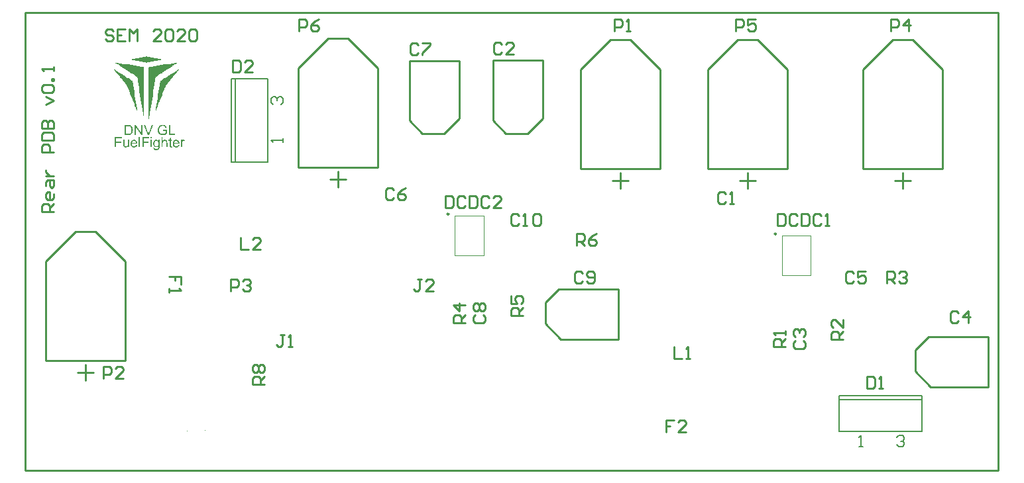
<source format=gto>
G04*
G04 #@! TF.GenerationSoftware,Altium Limited,Altium Designer,19.1.8 (144)*
G04*
G04 Layer_Color=65535*
%FSLAX25Y25*%
%MOIN*%
G70*
G01*
G75*
%ADD10C,0.01000*%
%ADD11C,0.00394*%
%ADD12C,0.00787*%
%ADD13C,0.00591*%
G36*
X62077Y208969D02*
X63831D01*
Y208676D01*
X65585D01*
Y208384D01*
X67338D01*
Y208092D01*
X69092D01*
Y207800D01*
X70845D01*
Y207507D01*
X69092D01*
Y207215D01*
X67338D01*
Y206923D01*
X65585D01*
Y206630D01*
X63831D01*
Y206338D01*
X62077D01*
Y206046D01*
X61493D01*
Y206338D01*
X59739D01*
Y206630D01*
X57986D01*
Y206923D01*
X56232D01*
Y207215D01*
X54478D01*
Y207507D01*
X52725D01*
Y207800D01*
X54478D01*
Y208092D01*
X56232D01*
Y208384D01*
X57986D01*
Y208676D01*
X59739D01*
Y208969D01*
X61493D01*
Y209261D01*
X62077D01*
Y208969D01*
D02*
G37*
G36*
X78152Y202246D02*
X77860D01*
Y201954D01*
X77568D01*
Y201662D01*
X77275D01*
Y201370D01*
X76983D01*
Y201077D01*
X76691D01*
Y200785D01*
Y200493D01*
X76399D01*
Y200201D01*
X76106D01*
Y199908D01*
X75814D01*
Y199616D01*
X75522D01*
Y199324D01*
X75230D01*
Y199031D01*
Y198739D01*
X74937D01*
Y198447D01*
X74645D01*
Y198155D01*
X74353D01*
Y197862D01*
X74060D01*
Y197570D01*
X73768D01*
Y197278D01*
Y196985D01*
X73476D01*
Y196693D01*
X73184D01*
Y196401D01*
X72891D01*
Y196109D01*
X72599D01*
Y195816D01*
X72307D01*
Y195524D01*
Y195232D01*
X72014D01*
Y194940D01*
X71722D01*
Y194647D01*
X71430D01*
Y194355D01*
Y194063D01*
Y193771D01*
X71138D01*
Y193478D01*
Y193186D01*
X70845D01*
Y192894D01*
Y192601D01*
Y192309D01*
X70553D01*
Y192017D01*
Y191725D01*
X70261D01*
Y191432D01*
Y191140D01*
Y190848D01*
X69969D01*
Y190556D01*
Y190263D01*
X69676D01*
Y189971D01*
Y189679D01*
Y189386D01*
X69384D01*
Y189094D01*
Y188802D01*
X69092D01*
Y188510D01*
Y188217D01*
Y187925D01*
X68800D01*
Y187633D01*
Y187340D01*
X68507D01*
Y187048D01*
Y186756D01*
Y186464D01*
X68215D01*
Y186171D01*
Y185879D01*
X67923D01*
Y185587D01*
Y185295D01*
Y185002D01*
X67630D01*
Y184710D01*
Y184418D01*
X67338D01*
Y184125D01*
Y183833D01*
Y183541D01*
X67046D01*
Y183249D01*
Y182956D01*
X66754D01*
Y182664D01*
Y182372D01*
Y182080D01*
X66461D01*
Y182372D01*
Y182664D01*
Y182956D01*
Y183249D01*
Y183541D01*
Y183833D01*
X66754D01*
Y184125D01*
Y184418D01*
Y184710D01*
Y185002D01*
Y185295D01*
Y185587D01*
X67046D01*
Y185879D01*
Y186171D01*
Y186464D01*
Y186756D01*
Y187048D01*
Y187340D01*
X67338D01*
Y187633D01*
Y187925D01*
Y188217D01*
Y188510D01*
Y188802D01*
X67630D01*
Y189094D01*
Y189386D01*
Y189679D01*
Y189971D01*
Y190263D01*
Y190556D01*
X67923D01*
Y190848D01*
Y191140D01*
Y191432D01*
Y191725D01*
Y192017D01*
Y192309D01*
X68215D01*
Y192601D01*
Y192894D01*
Y193186D01*
Y193478D01*
Y193771D01*
Y194063D01*
X68507D01*
Y194355D01*
Y194647D01*
Y194940D01*
Y195232D01*
Y195524D01*
Y195816D01*
X68800D01*
Y196109D01*
Y196401D01*
Y196693D01*
Y196985D01*
X69384D01*
Y197278D01*
X69676D01*
Y197570D01*
X70261D01*
Y197862D01*
X70553D01*
Y198155D01*
X71138D01*
Y198447D01*
X71430D01*
Y198739D01*
X72014D01*
Y199031D01*
X72599D01*
Y199324D01*
X72891D01*
Y199616D01*
X73476D01*
Y199908D01*
X73768D01*
Y200201D01*
X74353D01*
Y200493D01*
X74645D01*
Y200785D01*
X75230D01*
Y201077D01*
X75814D01*
Y201370D01*
X76106D01*
Y201662D01*
X76691D01*
Y201954D01*
X76983D01*
Y202246D01*
X77568D01*
Y202539D01*
X78152D01*
Y202246D01*
D02*
G37*
G36*
X46002D02*
X46587D01*
Y201954D01*
X46879D01*
Y201662D01*
X47464D01*
Y201370D01*
X47756D01*
Y201077D01*
X48340D01*
Y200785D01*
X48633D01*
Y200493D01*
X49217D01*
Y200201D01*
X49802D01*
Y199908D01*
X50094D01*
Y199616D01*
X50679D01*
Y199324D01*
X50971D01*
Y199031D01*
X51556D01*
Y198739D01*
X51848D01*
Y198447D01*
X52432D01*
Y198155D01*
X53017D01*
Y197862D01*
X53309D01*
Y197570D01*
X53894D01*
Y197278D01*
X54186D01*
Y196985D01*
X54770D01*
Y196693D01*
Y196401D01*
Y196109D01*
Y195816D01*
X55063D01*
Y195524D01*
Y195232D01*
Y194940D01*
Y194647D01*
Y194355D01*
Y194063D01*
X55355D01*
Y193771D01*
Y193478D01*
Y193186D01*
Y192894D01*
Y192601D01*
Y192309D01*
X55647D01*
Y192017D01*
Y191725D01*
Y191432D01*
Y191140D01*
Y190848D01*
Y190556D01*
X55940D01*
Y190263D01*
Y189971D01*
Y189679D01*
Y189386D01*
Y189094D01*
Y188802D01*
X56232D01*
Y188510D01*
Y188217D01*
Y187925D01*
Y187633D01*
Y187340D01*
Y187048D01*
X56524D01*
Y186756D01*
Y186464D01*
Y186171D01*
Y185879D01*
Y185587D01*
Y185295D01*
X56816D01*
Y185002D01*
Y184710D01*
Y184418D01*
Y184125D01*
Y183833D01*
Y183541D01*
X57109D01*
Y183249D01*
Y182956D01*
Y182664D01*
Y182372D01*
Y182080D01*
X56816D01*
Y182372D01*
Y182664D01*
X56524D01*
Y182956D01*
Y183249D01*
Y183541D01*
X56232D01*
Y183833D01*
Y184125D01*
X55940D01*
Y184418D01*
Y184710D01*
Y185002D01*
X55647D01*
Y185295D01*
Y185587D01*
X55355D01*
Y185879D01*
Y186171D01*
Y186464D01*
X55063D01*
Y186756D01*
Y187048D01*
X54770D01*
Y187340D01*
Y187633D01*
Y187925D01*
X54478D01*
Y188217D01*
Y188510D01*
X54186D01*
Y188802D01*
Y189094D01*
Y189386D01*
X53894D01*
Y189679D01*
Y189971D01*
X53601D01*
Y190263D01*
Y190556D01*
Y190848D01*
X53309D01*
Y191140D01*
Y191432D01*
X53017D01*
Y191725D01*
Y192017D01*
Y192309D01*
X52725D01*
Y192601D01*
Y192894D01*
X52432D01*
Y193186D01*
Y193478D01*
Y193771D01*
X52140D01*
Y194063D01*
Y194355D01*
X51848D01*
Y194647D01*
Y194940D01*
X51556D01*
Y195232D01*
X51263D01*
Y195524D01*
Y195816D01*
X50971D01*
Y196109D01*
X50679D01*
Y196401D01*
X50386D01*
Y196693D01*
X50094D01*
Y196985D01*
X49802D01*
Y197278D01*
Y197570D01*
X49510D01*
Y197862D01*
X49217D01*
Y198155D01*
X48925D01*
Y198447D01*
X48633D01*
Y198739D01*
X48340D01*
Y199031D01*
Y199324D01*
X48048D01*
Y199616D01*
X47756D01*
Y199908D01*
X47464D01*
Y200201D01*
X47171D01*
Y200493D01*
X46879D01*
Y200785D01*
Y201077D01*
X46587D01*
Y201370D01*
X46295D01*
Y201662D01*
X46002D01*
Y201954D01*
X45710D01*
Y202246D01*
X45418D01*
Y202539D01*
X46002D01*
Y202246D01*
D02*
G37*
G36*
X77275Y205754D02*
X76691D01*
Y205461D01*
X76399D01*
Y205169D01*
X75814D01*
Y204877D01*
X75522D01*
Y204585D01*
X74937D01*
Y204292D01*
X74645D01*
Y204000D01*
X74060D01*
Y203708D01*
X73768D01*
Y203415D01*
X73184D01*
Y203123D01*
X72891D01*
Y202831D01*
X72307D01*
Y202539D01*
X71722D01*
Y202246D01*
X71430D01*
Y201954D01*
X70845D01*
Y201662D01*
X70553D01*
Y201370D01*
X69969D01*
Y201077D01*
X69676D01*
Y200785D01*
X69092D01*
Y200493D01*
X68800D01*
Y200201D01*
X68215D01*
Y199908D01*
X67923D01*
Y199616D01*
X67338D01*
Y199324D01*
X67046D01*
Y199031D01*
X66461D01*
Y198739D01*
Y198447D01*
Y198155D01*
X66169D01*
Y197862D01*
Y197570D01*
Y197278D01*
Y196985D01*
Y196693D01*
Y196401D01*
X65877D01*
Y196109D01*
Y195816D01*
Y195524D01*
Y195232D01*
Y194940D01*
Y194647D01*
Y194355D01*
X65585D01*
Y194063D01*
Y193771D01*
Y193478D01*
Y193186D01*
Y192894D01*
Y192601D01*
X65292D01*
Y192309D01*
Y192017D01*
Y191725D01*
Y191432D01*
Y191140D01*
Y190848D01*
X65000D01*
Y190556D01*
Y190263D01*
Y189971D01*
Y189679D01*
Y189386D01*
Y189094D01*
Y188802D01*
X64708D01*
Y188510D01*
Y188217D01*
Y187925D01*
Y187633D01*
Y187340D01*
Y187048D01*
X64416D01*
Y186756D01*
Y186464D01*
Y186171D01*
Y185879D01*
Y185587D01*
Y185295D01*
Y185002D01*
X64123D01*
Y184710D01*
Y184418D01*
Y184125D01*
Y183833D01*
Y183541D01*
Y183249D01*
X63831D01*
Y182956D01*
Y182664D01*
Y182372D01*
Y182080D01*
Y181787D01*
Y181495D01*
X63539D01*
Y181203D01*
Y180911D01*
Y180618D01*
Y180326D01*
Y180034D01*
Y179742D01*
Y179449D01*
X63246D01*
Y179157D01*
Y178865D01*
Y178572D01*
Y178280D01*
Y177988D01*
Y177696D01*
X62954D01*
Y177988D01*
Y178280D01*
Y178572D01*
Y178865D01*
Y179157D01*
Y179449D01*
Y179742D01*
Y180034D01*
Y180326D01*
Y180618D01*
Y180911D01*
Y181203D01*
Y181495D01*
Y181787D01*
Y182080D01*
Y182372D01*
Y182664D01*
Y182956D01*
Y183249D01*
Y183541D01*
Y183833D01*
Y184125D01*
Y184418D01*
Y184710D01*
Y185002D01*
Y185295D01*
Y185587D01*
Y185879D01*
Y186171D01*
Y186464D01*
Y186756D01*
Y187048D01*
Y187340D01*
Y187633D01*
Y187925D01*
Y188217D01*
Y188510D01*
Y188802D01*
Y189094D01*
Y189386D01*
Y189679D01*
Y189971D01*
Y190263D01*
Y190556D01*
Y190848D01*
Y191140D01*
Y191432D01*
Y191725D01*
Y192017D01*
Y192309D01*
Y192601D01*
Y192894D01*
Y193186D01*
Y193478D01*
Y193771D01*
Y194063D01*
Y194355D01*
Y194647D01*
Y194940D01*
Y195232D01*
Y195524D01*
Y195816D01*
Y196109D01*
Y196401D01*
Y196693D01*
Y196985D01*
Y197278D01*
Y197570D01*
Y197862D01*
Y198155D01*
Y198447D01*
Y198739D01*
Y199031D01*
Y199324D01*
Y199616D01*
Y199908D01*
Y200201D01*
Y200493D01*
Y200785D01*
Y201077D01*
Y201370D01*
Y201662D01*
Y201954D01*
Y202246D01*
Y202539D01*
Y202831D01*
Y203123D01*
Y203415D01*
Y203708D01*
X63246D01*
Y204000D01*
X65000D01*
Y204292D01*
X66754D01*
Y204585D01*
X68507D01*
Y204877D01*
X70261D01*
Y205169D01*
X72014D01*
Y205461D01*
X74060D01*
Y205754D01*
X75814D01*
Y206046D01*
X77275D01*
Y205754D01*
D02*
G37*
G36*
X47756D02*
X49510D01*
Y205461D01*
X51263D01*
Y205169D01*
X53309D01*
Y204877D01*
X55063D01*
Y204585D01*
X56816D01*
Y204292D01*
X58570D01*
Y204000D01*
X60324D01*
Y203708D01*
X60616D01*
Y203415D01*
Y203123D01*
Y202831D01*
Y202539D01*
Y202246D01*
Y201954D01*
Y201662D01*
Y201370D01*
Y201077D01*
Y200785D01*
Y200493D01*
Y200201D01*
Y199908D01*
Y199616D01*
Y199324D01*
Y199031D01*
Y198739D01*
Y198447D01*
Y198155D01*
Y197862D01*
Y197570D01*
Y197278D01*
Y196985D01*
Y196693D01*
Y196401D01*
Y196109D01*
Y195816D01*
Y195524D01*
Y195232D01*
Y194940D01*
Y194647D01*
Y194355D01*
Y194063D01*
Y193771D01*
Y193478D01*
Y193186D01*
Y192894D01*
Y192601D01*
Y192309D01*
Y192017D01*
Y191725D01*
Y191432D01*
Y191140D01*
Y190848D01*
Y190556D01*
Y190263D01*
Y189971D01*
Y189679D01*
Y189386D01*
Y189094D01*
Y188802D01*
Y188510D01*
Y188217D01*
Y187925D01*
Y187633D01*
Y187340D01*
Y187048D01*
Y186756D01*
Y186464D01*
Y186171D01*
Y185879D01*
Y185587D01*
Y185295D01*
Y185002D01*
Y184710D01*
Y184418D01*
Y184125D01*
Y183833D01*
Y183541D01*
Y183249D01*
Y182956D01*
Y182664D01*
Y182372D01*
Y182080D01*
Y181787D01*
Y181495D01*
Y181203D01*
Y180911D01*
Y180618D01*
Y180326D01*
Y180034D01*
Y179742D01*
Y179449D01*
Y179157D01*
Y178865D01*
Y178572D01*
Y178280D01*
Y177988D01*
Y177696D01*
Y177403D01*
X60324D01*
Y177696D01*
Y177988D01*
Y178280D01*
Y178572D01*
Y178865D01*
Y179157D01*
Y179449D01*
X60031D01*
Y179742D01*
Y180034D01*
Y180326D01*
Y180618D01*
Y180911D01*
Y181203D01*
X59739D01*
Y181495D01*
Y181787D01*
Y182080D01*
Y182372D01*
Y182664D01*
Y182956D01*
Y183249D01*
X59447D01*
Y183541D01*
Y183833D01*
Y184125D01*
Y184418D01*
Y184710D01*
Y185002D01*
X59155D01*
Y185295D01*
Y185587D01*
Y185879D01*
Y186171D01*
Y186464D01*
Y186756D01*
X58862D01*
Y187048D01*
Y187340D01*
Y187633D01*
Y187925D01*
Y188217D01*
Y188510D01*
Y188802D01*
X58570D01*
Y189094D01*
Y189386D01*
Y189679D01*
Y189971D01*
Y190263D01*
Y190556D01*
X58278D01*
Y190848D01*
Y191140D01*
Y191432D01*
Y191725D01*
Y192017D01*
Y192309D01*
Y192601D01*
X57986D01*
Y192894D01*
Y193186D01*
Y193478D01*
Y193771D01*
Y194063D01*
Y194355D01*
X57693D01*
Y194647D01*
Y194940D01*
Y195232D01*
Y195524D01*
Y195816D01*
Y196109D01*
X57401D01*
Y196401D01*
Y196693D01*
Y196985D01*
Y197278D01*
Y197570D01*
Y197862D01*
Y198155D01*
X57109D01*
Y198447D01*
Y198739D01*
Y199031D01*
X56524D01*
Y199324D01*
X56232D01*
Y199616D01*
X55647D01*
Y199908D01*
X55355D01*
Y200201D01*
X54770D01*
Y200493D01*
X54478D01*
Y200785D01*
X53894D01*
Y201077D01*
X53601D01*
Y201370D01*
X53017D01*
Y201662D01*
X52432D01*
Y201954D01*
X52140D01*
Y202246D01*
X51556D01*
Y202539D01*
X51263D01*
Y202831D01*
X50679D01*
Y203123D01*
X50386D01*
Y203415D01*
X49802D01*
Y203708D01*
X49510D01*
Y204000D01*
X48925D01*
Y204292D01*
X48633D01*
Y204585D01*
X48048D01*
Y204877D01*
X47756D01*
Y205169D01*
X47171D01*
Y205461D01*
X46879D01*
Y205754D01*
X46295D01*
Y206046D01*
X47756D01*
Y205754D01*
D02*
G37*
G36*
X91461Y20787D02*
Y20495D01*
X91169D01*
Y20787D01*
Y21080D01*
X91461D01*
Y20787D01*
D02*
G37*
G36*
X82401Y20495D02*
Y20203D01*
X82109D01*
Y20495D01*
Y20787D01*
X82401D01*
Y20495D01*
D02*
G37*
G36*
X70129Y174746D02*
X70187D01*
X70325Y174731D01*
X70479Y174709D01*
X70639Y174673D01*
X70814Y174629D01*
X70982Y174571D01*
X70989D01*
X71004Y174564D01*
X71025Y174556D01*
X71055Y174542D01*
X71135Y174498D01*
X71237Y174447D01*
X71346Y174374D01*
X71463Y174287D01*
X71572Y174192D01*
X71674Y174075D01*
X71689Y174061D01*
X71718Y174017D01*
X71762Y173951D01*
X71820Y173856D01*
X71878Y173740D01*
X71944Y173594D01*
X72009Y173434D01*
X72061Y173251D01*
X71455Y173091D01*
Y173098D01*
X71448Y173106D01*
X71441Y173127D01*
X71434Y173157D01*
X71412Y173222D01*
X71382Y173310D01*
X71339Y173412D01*
X71288Y173506D01*
X71237Y173609D01*
X71171Y173696D01*
X71164Y173703D01*
X71142Y173732D01*
X71098Y173769D01*
X71047Y173820D01*
X70982Y173878D01*
X70894Y173937D01*
X70799Y173995D01*
X70690Y174046D01*
X70675Y174053D01*
X70639Y174068D01*
X70573Y174090D01*
X70486Y174119D01*
X70384Y174141D01*
X70267Y174163D01*
X70136Y174177D01*
X69997Y174185D01*
X69917D01*
X69881Y174177D01*
X69837D01*
X69728Y174170D01*
X69604Y174148D01*
X69465Y174126D01*
X69334Y174090D01*
X69203Y174039D01*
X69188Y174031D01*
X69144Y174017D01*
X69086Y173980D01*
X69013Y173944D01*
X68926Y173886D01*
X68831Y173827D01*
X68744Y173754D01*
X68663Y173674D01*
X68656Y173667D01*
X68627Y173638D01*
X68590Y173587D01*
X68547Y173528D01*
X68496Y173456D01*
X68445Y173368D01*
X68394Y173273D01*
X68343Y173171D01*
Y173164D01*
X68335Y173149D01*
X68328Y173127D01*
X68313Y173091D01*
X68299Y173047D01*
X68284Y172996D01*
X68262Y172938D01*
X68248Y172872D01*
X68211Y172719D01*
X68182Y172544D01*
X68160Y172362D01*
X68153Y172158D01*
Y172151D01*
Y172129D01*
Y172092D01*
X68160Y172048D01*
Y171990D01*
X68168Y171917D01*
X68175Y171844D01*
X68182Y171764D01*
X68211Y171582D01*
X68248Y171392D01*
X68306Y171203D01*
X68379Y171021D01*
Y171013D01*
X68394Y170999D01*
X68401Y170977D01*
X68423Y170948D01*
X68474Y170868D01*
X68554Y170765D01*
X68649Y170656D01*
X68765Y170547D01*
X68904Y170445D01*
X69057Y170350D01*
X69064D01*
X69079Y170343D01*
X69101Y170328D01*
X69137Y170314D01*
X69174Y170299D01*
X69225Y170284D01*
X69341Y170241D01*
X69487Y170204D01*
X69648Y170168D01*
X69823Y170139D01*
X70005Y170131D01*
X70078D01*
X70121Y170139D01*
X70165D01*
X70275Y170153D01*
X70406Y170168D01*
X70544Y170197D01*
X70697Y170241D01*
X70850Y170292D01*
X70858D01*
X70872Y170299D01*
X70887Y170306D01*
X70916Y170321D01*
X70996Y170357D01*
X71084Y170401D01*
X71186Y170452D01*
X71295Y170510D01*
X71397Y170576D01*
X71485Y170649D01*
Y171597D01*
X69997D01*
Y172194D01*
X72141D01*
Y170321D01*
X72133Y170314D01*
X72119Y170306D01*
X72090Y170284D01*
X72053Y170255D01*
X72009Y170226D01*
X71959Y170190D01*
X71893Y170146D01*
X71827Y170102D01*
X71674Y170007D01*
X71499Y169905D01*
X71317Y169810D01*
X71120Y169730D01*
X71113D01*
X71098Y169723D01*
X71069Y169716D01*
X71033Y169701D01*
X70982Y169687D01*
X70923Y169665D01*
X70858Y169650D01*
X70792Y169635D01*
X70632Y169599D01*
X70449Y169563D01*
X70253Y169541D01*
X70048Y169534D01*
X69976D01*
X69924Y169541D01*
X69859D01*
X69779Y169548D01*
X69691Y169563D01*
X69596Y169570D01*
X69385Y169614D01*
X69159Y169665D01*
X68926Y169745D01*
X68809Y169789D01*
X68692Y169847D01*
X68685Y169854D01*
X68663Y169861D01*
X68634Y169883D01*
X68590Y169905D01*
X68539Y169942D01*
X68488Y169978D01*
X68350Y170080D01*
X68204Y170212D01*
X68051Y170372D01*
X67905Y170554D01*
X67774Y170765D01*
Y170773D01*
X67759Y170795D01*
X67745Y170824D01*
X67723Y170875D01*
X67701Y170926D01*
X67679Y170999D01*
X67650Y171072D01*
X67621Y171159D01*
X67592Y171254D01*
X67563Y171363D01*
X67541Y171473D01*
X67519Y171589D01*
X67482Y171844D01*
X67468Y172114D01*
Y172121D01*
Y172151D01*
Y172187D01*
X67475Y172238D01*
Y172304D01*
X67482Y172384D01*
X67497Y172464D01*
X67504Y172559D01*
X67526Y172661D01*
X67541Y172770D01*
X67599Y173003D01*
X67672Y173244D01*
X67774Y173485D01*
X67781Y173492D01*
X67789Y173514D01*
X67803Y173543D01*
X67832Y173587D01*
X67861Y173645D01*
X67898Y173703D01*
X68000Y173842D01*
X68124Y174002D01*
X68277Y174155D01*
X68452Y174308D01*
X68554Y174374D01*
X68656Y174440D01*
X68663Y174447D01*
X68685Y174454D01*
X68714Y174469D01*
X68758Y174491D01*
X68817Y174513D01*
X68882Y174542D01*
X68955Y174571D01*
X69042Y174600D01*
X69137Y174629D01*
X69239Y174651D01*
X69349Y174680D01*
X69465Y174702D01*
X69720Y174739D01*
X69852Y174753D01*
X70085D01*
X70129Y174746D01*
D02*
G37*
G36*
X59857Y169621D02*
X59165D01*
X56525Y173579D01*
Y169621D01*
X55884D01*
Y174666D01*
X56569D01*
X59215Y170700D01*
Y174666D01*
X59857D01*
Y169621D01*
D02*
G37*
G36*
X63108D02*
X62409D01*
X60455Y174666D01*
X61184D01*
X62496Y170999D01*
Y170992D01*
X62503Y170977D01*
X62511Y170955D01*
X62525Y170926D01*
X62533Y170882D01*
X62547Y170838D01*
X62584Y170729D01*
X62627Y170605D01*
X62671Y170467D01*
X62758Y170175D01*
Y170182D01*
X62766Y170197D01*
X62773Y170219D01*
X62780Y170248D01*
X62802Y170328D01*
X62839Y170437D01*
X62875Y170561D01*
X62919Y170700D01*
X62970Y170846D01*
X63028Y170999D01*
X64399Y174666D01*
X65077D01*
X63108Y169621D01*
D02*
G37*
G36*
X73766Y170219D02*
X76252D01*
Y169621D01*
X73096D01*
Y174666D01*
X73766D01*
Y170219D01*
D02*
G37*
G36*
X52873Y174658D02*
X53019Y174651D01*
X53165Y174636D01*
X53311Y174615D01*
X53435Y174593D01*
X53442D01*
X53456Y174585D01*
X53478D01*
X53508Y174571D01*
X53588Y174549D01*
X53690Y174513D01*
X53806Y174461D01*
X53930Y174396D01*
X54054Y174323D01*
X54171Y174228D01*
X54178Y174221D01*
X54185Y174214D01*
X54207Y174192D01*
X54237Y174170D01*
X54309Y174097D01*
X54397Y173995D01*
X54492Y173871D01*
X54594Y173725D01*
X54688Y173558D01*
X54769Y173368D01*
Y173361D01*
X54776Y173346D01*
X54791Y173317D01*
X54798Y173273D01*
X54820Y173222D01*
X54834Y173164D01*
X54849Y173098D01*
X54871Y173018D01*
X54893Y172938D01*
X54907Y172843D01*
X54944Y172639D01*
X54966Y172413D01*
X54973Y172165D01*
Y172158D01*
Y172143D01*
Y172107D01*
Y172070D01*
X54966Y172019D01*
Y171961D01*
X54958Y171823D01*
X54936Y171662D01*
X54914Y171494D01*
X54878Y171319D01*
X54834Y171145D01*
Y171137D01*
X54827Y171123D01*
X54820Y171101D01*
X54812Y171072D01*
X54783Y170992D01*
X54739Y170889D01*
X54696Y170773D01*
X54637Y170656D01*
X54564Y170532D01*
X54492Y170416D01*
X54484Y170401D01*
X54455Y170365D01*
X54411Y170314D01*
X54353Y170248D01*
X54287Y170175D01*
X54207Y170102D01*
X54127Y170022D01*
X54032Y169956D01*
X54018Y169949D01*
X53989Y169927D01*
X53938Y169898D01*
X53865Y169861D01*
X53777Y169818D01*
X53675Y169781D01*
X53558Y169738D01*
X53427Y169701D01*
X53413D01*
X53391Y169694D01*
X53369Y169687D01*
X53296Y169679D01*
X53194Y169665D01*
X53077Y169650D01*
X52939Y169635D01*
X52786Y169628D01*
X52618Y169621D01*
X50803D01*
Y174666D01*
X52742D01*
X52873Y174658D01*
D02*
G37*
G36*
X64472Y167817D02*
X63852D01*
Y168525D01*
X64472D01*
Y167817D01*
D02*
G37*
G36*
X80604Y167212D02*
X80685Y167198D01*
X80779Y167169D01*
X80881Y167132D01*
X80998Y167081D01*
X81122Y167016D01*
X80896Y166447D01*
X80889Y166454D01*
X80860Y166469D01*
X80816Y166491D01*
X80757Y166513D01*
X80692Y166534D01*
X80612Y166556D01*
X80532Y166571D01*
X80451Y166578D01*
X80415D01*
X80378Y166571D01*
X80327Y166563D01*
X80276Y166549D01*
X80211Y166527D01*
X80145Y166498D01*
X80087Y166454D01*
X80080Y166447D01*
X80058Y166432D01*
X80036Y166403D01*
X79999Y166367D01*
X79963Y166316D01*
X79926Y166257D01*
X79890Y166192D01*
X79861Y166112D01*
X79853Y166097D01*
X79846Y166053D01*
X79832Y165988D01*
X79810Y165900D01*
X79788Y165791D01*
X79773Y165667D01*
X79766Y165536D01*
X79759Y165390D01*
Y163480D01*
X79139D01*
Y167139D01*
X79700D01*
Y166585D01*
X79708Y166593D01*
X79737Y166644D01*
X79773Y166709D01*
X79832Y166789D01*
X79890Y166870D01*
X79956Y166957D01*
X80021Y167030D01*
X80087Y167088D01*
X80094Y167096D01*
X80116Y167110D01*
X80160Y167132D01*
X80203Y167154D01*
X80262Y167176D01*
X80335Y167198D01*
X80408Y167212D01*
X80488Y167220D01*
X80539D01*
X80604Y167212D01*
D02*
G37*
G36*
X53085Y163480D02*
X52531D01*
Y164012D01*
X52523Y164005D01*
X52509Y163983D01*
X52487Y163954D01*
X52450Y163917D01*
X52407Y163874D01*
X52356Y163815D01*
X52297Y163764D01*
X52224Y163706D01*
X52144Y163647D01*
X52057Y163596D01*
X51962Y163546D01*
X51860Y163495D01*
X51743Y163458D01*
X51627Y163429D01*
X51495Y163407D01*
X51364Y163400D01*
X51313D01*
X51248Y163407D01*
X51167Y163414D01*
X51073Y163429D01*
X50971Y163451D01*
X50868Y163480D01*
X50759Y163524D01*
X50744Y163531D01*
X50715Y163546D01*
X50664Y163575D01*
X50606Y163611D01*
X50533Y163655D01*
X50467Y163706D01*
X50402Y163764D01*
X50344Y163830D01*
X50336Y163837D01*
X50322Y163866D01*
X50300Y163903D01*
X50271Y163961D01*
X50234Y164027D01*
X50205Y164107D01*
X50176Y164194D01*
X50154Y164289D01*
Y164296D01*
X50147Y164325D01*
X50139Y164369D01*
Y164428D01*
X50132Y164515D01*
X50125Y164610D01*
X50118Y164734D01*
Y164872D01*
Y167139D01*
X50737D01*
Y165105D01*
Y165098D01*
Y165084D01*
Y165062D01*
Y165025D01*
Y164945D01*
X50744Y164843D01*
Y164734D01*
X50752Y164624D01*
X50759Y164530D01*
X50774Y164449D01*
Y164442D01*
X50788Y164413D01*
X50803Y164369D01*
X50825Y164311D01*
X50861Y164253D01*
X50905Y164187D01*
X50956Y164129D01*
X51022Y164070D01*
X51029Y164063D01*
X51058Y164049D01*
X51095Y164027D01*
X51153Y164005D01*
X51218Y163976D01*
X51299Y163954D01*
X51386Y163939D01*
X51488Y163932D01*
X51539D01*
X51590Y163939D01*
X51656Y163946D01*
X51736Y163968D01*
X51824Y163990D01*
X51918Y164027D01*
X52013Y164070D01*
X52028Y164078D01*
X52057Y164100D01*
X52100Y164129D01*
X52152Y164172D01*
X52210Y164231D01*
X52268Y164296D01*
X52319Y164369D01*
X52363Y164457D01*
X52370Y164471D01*
X52377Y164500D01*
X52392Y164559D01*
X52414Y164639D01*
X52436Y164741D01*
X52450Y164865D01*
X52458Y165011D01*
X52465Y165178D01*
Y167139D01*
X53085D01*
Y163480D01*
D02*
G37*
G36*
X69961Y166717D02*
X69968Y166724D01*
X69983Y166738D01*
X70005Y166760D01*
X70041Y166797D01*
X70078Y166833D01*
X70129Y166877D01*
X70194Y166921D01*
X70260Y166972D01*
X70333Y167016D01*
X70413Y167059D01*
X70603Y167139D01*
X70705Y167176D01*
X70814Y167198D01*
X70931Y167212D01*
X71047Y167220D01*
X71113D01*
X71193Y167212D01*
X71288Y167198D01*
X71397Y167183D01*
X71514Y167154D01*
X71630Y167110D01*
X71747Y167059D01*
X71762Y167052D01*
X71798Y167030D01*
X71849Y166994D01*
X71915Y166943D01*
X71980Y166877D01*
X72053Y166804D01*
X72119Y166717D01*
X72177Y166615D01*
X72184Y166600D01*
X72199Y166563D01*
X72221Y166498D01*
X72243Y166403D01*
X72265Y166287D01*
X72286Y166148D01*
X72301Y165980D01*
X72308Y165791D01*
Y163480D01*
X71689D01*
Y165798D01*
Y165805D01*
Y165820D01*
Y165842D01*
Y165871D01*
X71681Y165951D01*
X71667Y166053D01*
X71638Y166163D01*
X71601Y166272D01*
X71550Y166381D01*
X71485Y166469D01*
X71477Y166476D01*
X71448Y166505D01*
X71404Y166542D01*
X71339Y166578D01*
X71259Y166622D01*
X71164Y166651D01*
X71047Y166680D01*
X70916Y166688D01*
X70872D01*
X70821Y166680D01*
X70748Y166673D01*
X70675Y166651D01*
X70588Y166629D01*
X70500Y166593D01*
X70406Y166542D01*
X70398Y166534D01*
X70369Y166513D01*
X70325Y166483D01*
X70275Y166440D01*
X70216Y166381D01*
X70158Y166316D01*
X70107Y166235D01*
X70063Y166148D01*
X70056Y166133D01*
X70048Y166104D01*
X70034Y166046D01*
X70012Y165973D01*
X69990Y165878D01*
X69976Y165762D01*
X69968Y165630D01*
X69961Y165477D01*
Y163480D01*
X69341D01*
Y168525D01*
X69961D01*
Y166717D01*
D02*
G37*
G36*
X64472Y163480D02*
X63852D01*
Y167139D01*
X64472D01*
Y163480D01*
D02*
G37*
G36*
X63065Y167927D02*
X60324D01*
Y166367D01*
X62693D01*
Y165769D01*
X60324D01*
Y163480D01*
X59653D01*
Y168525D01*
X63065D01*
Y167927D01*
D02*
G37*
G36*
X58581Y163480D02*
X57962D01*
Y168525D01*
X58581D01*
Y163480D01*
D02*
G37*
G36*
X49345Y167927D02*
X46604D01*
Y166367D01*
X48973D01*
Y165769D01*
X46604D01*
Y163480D01*
X45933D01*
Y168525D01*
X49345D01*
Y167927D01*
D02*
G37*
G36*
X73985Y167139D02*
X74612D01*
Y166658D01*
X73985D01*
Y164508D01*
Y164493D01*
Y164464D01*
Y164420D01*
X73992Y164369D01*
X74000Y164253D01*
X74007Y164202D01*
X74014Y164165D01*
X74022Y164151D01*
X74043Y164121D01*
X74073Y164085D01*
X74124Y164049D01*
X74138Y164041D01*
X74175Y164027D01*
X74240Y164012D01*
X74335Y164005D01*
X74408D01*
X74444Y164012D01*
X74495D01*
X74554Y164019D01*
X74612Y164027D01*
X74692Y163480D01*
X74678D01*
X74648Y163473D01*
X74597Y163465D01*
X74532Y163458D01*
X74459Y163443D01*
X74379Y163436D01*
X74218Y163429D01*
X74160D01*
X74102Y163436D01*
X74029Y163443D01*
X73941Y163451D01*
X73854Y163473D01*
X73774Y163495D01*
X73694Y163531D01*
X73686Y163538D01*
X73664Y163553D01*
X73635Y163575D01*
X73591Y163611D01*
X73555Y163647D01*
X73511Y163699D01*
X73467Y163750D01*
X73438Y163815D01*
Y163822D01*
X73424Y163852D01*
X73416Y163903D01*
X73402Y163976D01*
X73387Y164070D01*
X73380Y164129D01*
Y164194D01*
X73373Y164275D01*
X73365Y164355D01*
Y164442D01*
Y164544D01*
Y166658D01*
X72906D01*
Y167139D01*
X73365D01*
Y168043D01*
X73985Y168415D01*
Y167139D01*
D02*
G37*
G36*
X76843Y167212D02*
X76901Y167205D01*
X76974Y167191D01*
X77054Y167176D01*
X77149Y167154D01*
X77236Y167132D01*
X77338Y167096D01*
X77433Y167059D01*
X77535Y167008D01*
X77637Y166950D01*
X77739Y166884D01*
X77834Y166804D01*
X77922Y166717D01*
X77929Y166709D01*
X77943Y166695D01*
X77965Y166666D01*
X77995Y166622D01*
X78031Y166571D01*
X78067Y166513D01*
X78111Y166440D01*
X78155Y166352D01*
X78199Y166257D01*
X78242Y166155D01*
X78279Y166039D01*
X78315Y165915D01*
X78345Y165776D01*
X78366Y165630D01*
X78381Y165477D01*
X78388Y165310D01*
Y165302D01*
Y165273D01*
Y165222D01*
X78381Y165149D01*
X75647D01*
Y165142D01*
Y165120D01*
X75655Y165091D01*
Y165047D01*
X75662Y164996D01*
X75676Y164938D01*
X75698Y164807D01*
X75742Y164661D01*
X75800Y164500D01*
X75880Y164355D01*
X75982Y164224D01*
X75990D01*
X75997Y164209D01*
X76041Y164172D01*
X76107Y164121D01*
X76194Y164070D01*
X76311Y164012D01*
X76442Y163961D01*
X76588Y163925D01*
X76668Y163917D01*
X76755Y163910D01*
X76814D01*
X76879Y163917D01*
X76959Y163932D01*
X77047Y163954D01*
X77149Y163983D01*
X77244Y164027D01*
X77338Y164085D01*
X77346Y164092D01*
X77382Y164121D01*
X77426Y164165D01*
X77477Y164224D01*
X77535Y164304D01*
X77601Y164406D01*
X77666Y164522D01*
X77725Y164661D01*
X78366Y164581D01*
Y164573D01*
X78359Y164559D01*
X78352Y164530D01*
X78337Y164486D01*
X78315Y164442D01*
X78294Y164384D01*
X78235Y164260D01*
X78162Y164121D01*
X78060Y163976D01*
X77943Y163837D01*
X77798Y163706D01*
X77790D01*
X77776Y163691D01*
X77754Y163677D01*
X77725Y163655D01*
X77681Y163633D01*
X77637Y163611D01*
X77579Y163582D01*
X77513Y163553D01*
X77441Y163524D01*
X77368Y163495D01*
X77185Y163451D01*
X76981Y163414D01*
X76755Y163400D01*
X76675D01*
X76624Y163407D01*
X76558Y163414D01*
X76478Y163429D01*
X76391Y163443D01*
X76296Y163458D01*
X76092Y163516D01*
X75982Y163560D01*
X75880Y163604D01*
X75771Y163662D01*
X75669Y163728D01*
X75574Y163801D01*
X75480Y163888D01*
X75472Y163895D01*
X75458Y163910D01*
X75436Y163939D01*
X75407Y163983D01*
X75370Y164034D01*
X75334Y164092D01*
X75290Y164165D01*
X75246Y164245D01*
X75203Y164340D01*
X75159Y164442D01*
X75122Y164559D01*
X75086Y164683D01*
X75057Y164814D01*
X75035Y164960D01*
X75020Y165113D01*
X75013Y165273D01*
Y165280D01*
Y165317D01*
Y165361D01*
X75020Y165426D01*
X75028Y165506D01*
X75035Y165594D01*
X75049Y165696D01*
X75071Y165798D01*
X75130Y166031D01*
X75166Y166148D01*
X75210Y166272D01*
X75268Y166389D01*
X75334Y166498D01*
X75407Y166607D01*
X75487Y166709D01*
X75494Y166717D01*
X75509Y166731D01*
X75538Y166753D01*
X75574Y166789D01*
X75618Y166826D01*
X75676Y166870D01*
X75742Y166921D01*
X75822Y166964D01*
X75902Y167016D01*
X75997Y167059D01*
X76099Y167103D01*
X76209Y167139D01*
X76325Y167176D01*
X76449Y167198D01*
X76580Y167212D01*
X76719Y167220D01*
X76792D01*
X76843Y167212D01*
D02*
G37*
G36*
X55673D02*
X55731Y167205D01*
X55804Y167191D01*
X55884Y167176D01*
X55979Y167154D01*
X56066Y167132D01*
X56168Y167096D01*
X56263Y167059D01*
X56365Y167008D01*
X56467Y166950D01*
X56569Y166884D01*
X56664Y166804D01*
X56752Y166717D01*
X56759Y166709D01*
X56773Y166695D01*
X56795Y166666D01*
X56824Y166622D01*
X56861Y166571D01*
X56897Y166513D01*
X56941Y166440D01*
X56985Y166352D01*
X57029Y166257D01*
X57072Y166155D01*
X57109Y166039D01*
X57145Y165915D01*
X57174Y165776D01*
X57196Y165630D01*
X57211Y165477D01*
X57218Y165310D01*
Y165302D01*
Y165273D01*
Y165222D01*
X57211Y165149D01*
X54477D01*
Y165142D01*
Y165120D01*
X54484Y165091D01*
Y165047D01*
X54492Y164996D01*
X54506Y164938D01*
X54528Y164807D01*
X54572Y164661D01*
X54630Y164500D01*
X54710Y164355D01*
X54812Y164224D01*
X54820D01*
X54827Y164209D01*
X54871Y164172D01*
X54936Y164121D01*
X55024Y164070D01*
X55140Y164012D01*
X55272Y163961D01*
X55417Y163925D01*
X55498Y163917D01*
X55585Y163910D01*
X55643D01*
X55709Y163917D01*
X55789Y163932D01*
X55877Y163954D01*
X55979Y163983D01*
X56073Y164027D01*
X56168Y164085D01*
X56176Y164092D01*
X56212Y164121D01*
X56256Y164165D01*
X56307Y164224D01*
X56365Y164304D01*
X56431Y164406D01*
X56496Y164522D01*
X56555Y164661D01*
X57196Y164581D01*
Y164573D01*
X57189Y164559D01*
X57182Y164530D01*
X57167Y164486D01*
X57145Y164442D01*
X57123Y164384D01*
X57065Y164260D01*
X56992Y164121D01*
X56890Y163976D01*
X56773Y163837D01*
X56628Y163706D01*
X56620D01*
X56606Y163691D01*
X56584Y163677D01*
X56555Y163655D01*
X56511Y163633D01*
X56467Y163611D01*
X56409Y163582D01*
X56343Y163553D01*
X56270Y163524D01*
X56198Y163495D01*
X56015Y163451D01*
X55811Y163414D01*
X55585Y163400D01*
X55505D01*
X55454Y163407D01*
X55388Y163414D01*
X55308Y163429D01*
X55221Y163443D01*
X55126Y163458D01*
X54922Y163516D01*
X54812Y163560D01*
X54710Y163604D01*
X54601Y163662D01*
X54499Y163728D01*
X54404Y163801D01*
X54309Y163888D01*
X54302Y163895D01*
X54287Y163910D01*
X54266Y163939D01*
X54237Y163983D01*
X54200Y164034D01*
X54164Y164092D01*
X54120Y164165D01*
X54076Y164245D01*
X54032Y164340D01*
X53989Y164442D01*
X53952Y164559D01*
X53916Y164683D01*
X53886Y164814D01*
X53865Y164960D01*
X53850Y165113D01*
X53843Y165273D01*
Y165280D01*
Y165317D01*
Y165361D01*
X53850Y165426D01*
X53857Y165506D01*
X53865Y165594D01*
X53879Y165696D01*
X53901Y165798D01*
X53959Y166031D01*
X53996Y166148D01*
X54040Y166272D01*
X54098Y166389D01*
X54164Y166498D01*
X54237Y166607D01*
X54317Y166709D01*
X54324Y166717D01*
X54339Y166731D01*
X54368Y166753D01*
X54404Y166789D01*
X54448Y166826D01*
X54506Y166870D01*
X54572Y166921D01*
X54652Y166964D01*
X54732Y167016D01*
X54827Y167059D01*
X54929Y167103D01*
X55038Y167139D01*
X55155Y167176D01*
X55279Y167198D01*
X55410Y167212D01*
X55549Y167220D01*
X55622D01*
X55673Y167212D01*
D02*
G37*
G36*
X66870D02*
X66921Y167205D01*
X66987Y167191D01*
X67060Y167176D01*
X67140Y167154D01*
X67220Y167125D01*
X67307Y167088D01*
X67395Y167045D01*
X67490Y166994D01*
X67577Y166935D01*
X67665Y166862D01*
X67752Y166782D01*
X67832Y166688D01*
Y167139D01*
X68401D01*
Y163976D01*
Y163968D01*
Y163939D01*
Y163895D01*
Y163837D01*
X68394Y163771D01*
Y163691D01*
X68386Y163604D01*
X68379Y163509D01*
X68357Y163312D01*
X68328Y163108D01*
X68306Y163013D01*
X68284Y162926D01*
X68255Y162846D01*
X68226Y162773D01*
Y162766D01*
X68219Y162758D01*
X68190Y162714D01*
X68153Y162649D01*
X68095Y162569D01*
X68015Y162481D01*
X67920Y162386D01*
X67803Y162292D01*
X67672Y162211D01*
X67665D01*
X67657Y162204D01*
X67636Y162189D01*
X67606Y162182D01*
X67570Y162160D01*
X67526Y162146D01*
X67417Y162109D01*
X67286Y162066D01*
X67125Y162036D01*
X66943Y162007D01*
X66746Y162000D01*
X66681D01*
X66637Y162007D01*
X66578D01*
X66520Y162015D01*
X66447Y162022D01*
X66367Y162036D01*
X66199Y162073D01*
X66024Y162124D01*
X65849Y162197D01*
X65689Y162299D01*
X65682Y162306D01*
X65675Y162313D01*
X65623Y162357D01*
X65565Y162423D01*
X65492Y162518D01*
X65419Y162642D01*
X65354Y162795D01*
X65332Y162882D01*
X65317Y162977D01*
X65303Y163072D01*
Y163181D01*
X65908Y163101D01*
Y163086D01*
X65915Y163057D01*
X65930Y163006D01*
X65944Y162940D01*
X65973Y162875D01*
X66010Y162809D01*
X66053Y162744D01*
X66112Y162693D01*
X66126Y162685D01*
X66156Y162663D01*
X66207Y162634D01*
X66280Y162605D01*
X66367Y162569D01*
X66476Y162540D01*
X66608Y162518D01*
X66746Y162510D01*
X66819D01*
X66892Y162518D01*
X66994Y162532D01*
X67096Y162554D01*
X67205Y162583D01*
X67315Y162627D01*
X67409Y162685D01*
X67417Y162693D01*
X67446Y162714D01*
X67490Y162758D01*
X67541Y162809D01*
X67592Y162882D01*
X67643Y162962D01*
X67694Y163057D01*
X67730Y163166D01*
Y163174D01*
X67738Y163203D01*
X67745Y163261D01*
X67752Y163334D01*
X67759Y163385D01*
Y163443D01*
X67767Y163509D01*
Y163582D01*
Y163662D01*
X67774Y163757D01*
Y163852D01*
Y163961D01*
X67767Y163954D01*
X67752Y163939D01*
X67730Y163917D01*
X67701Y163888D01*
X67665Y163852D01*
X67614Y163808D01*
X67555Y163764D01*
X67497Y163720D01*
X67344Y163633D01*
X67176Y163553D01*
X67081Y163524D01*
X66979Y163502D01*
X66870Y163487D01*
X66761Y163480D01*
X66724D01*
X66688Y163487D01*
X66637D01*
X66571Y163495D01*
X66498Y163509D01*
X66418Y163524D01*
X66331Y163546D01*
X66236Y163575D01*
X66141Y163611D01*
X66046Y163655D01*
X65944Y163706D01*
X65849Y163771D01*
X65755Y163844D01*
X65667Y163925D01*
X65587Y164019D01*
X65580Y164027D01*
X65572Y164041D01*
X65551Y164078D01*
X65521Y164114D01*
X65492Y164172D01*
X65456Y164231D01*
X65419Y164304D01*
X65383Y164391D01*
X65346Y164479D01*
X65310Y164581D01*
X65273Y164683D01*
X65244Y164799D01*
X65193Y165047D01*
X65186Y165186D01*
X65179Y165324D01*
Y165331D01*
Y165346D01*
Y165375D01*
Y165412D01*
X65186Y165463D01*
Y165514D01*
X65201Y165645D01*
X65223Y165791D01*
X65259Y165951D01*
X65303Y166119D01*
X65368Y166287D01*
Y166294D01*
X65376Y166308D01*
X65390Y166330D01*
X65405Y166359D01*
X65448Y166440D01*
X65507Y166542D01*
X65587Y166651D01*
X65682Y166760D01*
X65791Y166877D01*
X65915Y166972D01*
X65922D01*
X65930Y166979D01*
X65952Y166994D01*
X65981Y167008D01*
X66053Y167052D01*
X66156Y167096D01*
X66280Y167139D01*
X66425Y167183D01*
X66586Y167212D01*
X66761Y167220D01*
X66826D01*
X66870Y167212D01*
D02*
G37*
%LPC*%
G36*
X52640Y174068D02*
X51474D01*
Y170219D01*
X52669D01*
X52720Y170226D01*
X52829Y170233D01*
X52953Y170241D01*
X53085Y170255D01*
X53216Y170277D01*
X53325Y170306D01*
X53340Y170314D01*
X53376Y170321D01*
X53427Y170343D01*
X53493Y170372D01*
X53566Y170416D01*
X53639Y170459D01*
X53712Y170510D01*
X53785Y170569D01*
X53792Y170583D01*
X53821Y170612D01*
X53865Y170663D01*
X53916Y170736D01*
X53974Y170831D01*
X54040Y170940D01*
X54098Y171064D01*
X54149Y171203D01*
Y171210D01*
X54156Y171225D01*
X54164Y171247D01*
X54171Y171276D01*
X54178Y171312D01*
X54193Y171363D01*
X54207Y171414D01*
X54222Y171473D01*
X54244Y171618D01*
X54266Y171786D01*
X54280Y171976D01*
X54287Y172180D01*
Y172187D01*
Y172216D01*
Y172253D01*
X54280Y172311D01*
Y172377D01*
X54273Y172450D01*
X54266Y172537D01*
X54258Y172625D01*
X54222Y172821D01*
X54178Y173025D01*
X54112Y173215D01*
X54069Y173310D01*
X54025Y173390D01*
Y173397D01*
X54010Y173412D01*
X53996Y173434D01*
X53981Y173463D01*
X53923Y173536D01*
X53850Y173623D01*
X53755Y173718D01*
X53646Y173813D01*
X53522Y173893D01*
X53391Y173959D01*
X53376Y173966D01*
X53340Y173973D01*
X53274Y173995D01*
X53179Y174017D01*
X53063Y174031D01*
X52917Y174053D01*
X52829Y174061D01*
X52735D01*
X52640Y174068D01*
D02*
G37*
G36*
X76726Y166709D02*
X76682D01*
X76653Y166702D01*
X76573Y166695D01*
X76478Y166673D01*
X76362Y166636D01*
X76238Y166585D01*
X76121Y166513D01*
X76004Y166418D01*
X75990Y166403D01*
X75961Y166367D01*
X75910Y166301D01*
X75859Y166214D01*
X75800Y166112D01*
X75749Y165980D01*
X75705Y165827D01*
X75684Y165660D01*
X77732D01*
Y165667D01*
Y165681D01*
X77725Y165703D01*
Y165733D01*
X77710Y165820D01*
X77688Y165915D01*
X77652Y166031D01*
X77615Y166141D01*
X77557Y166250D01*
X77492Y166345D01*
Y166352D01*
X77477Y166359D01*
X77441Y166403D01*
X77375Y166462D01*
X77287Y166527D01*
X77178Y166593D01*
X77047Y166651D01*
X76894Y166695D01*
X76814Y166702D01*
X76726Y166709D01*
D02*
G37*
G36*
X55556D02*
X55512D01*
X55483Y166702D01*
X55403Y166695D01*
X55308Y166673D01*
X55191Y166636D01*
X55067Y166585D01*
X54951Y166513D01*
X54834Y166418D01*
X54820Y166403D01*
X54791Y166367D01*
X54739Y166301D01*
X54688Y166214D01*
X54630Y166112D01*
X54579Y165980D01*
X54535Y165827D01*
X54514Y165660D01*
X56562D01*
Y165667D01*
Y165681D01*
X56555Y165703D01*
Y165733D01*
X56540Y165820D01*
X56518Y165915D01*
X56482Y166031D01*
X56445Y166141D01*
X56387Y166250D01*
X56321Y166345D01*
Y166352D01*
X56307Y166359D01*
X56270Y166403D01*
X56205Y166462D01*
X56117Y166527D01*
X56008Y166593D01*
X55877Y166651D01*
X55724Y166695D01*
X55643Y166702D01*
X55556Y166709D01*
D02*
G37*
G36*
X66885D02*
X66768D01*
X66739Y166702D01*
X66659Y166695D01*
X66564Y166666D01*
X66447Y166629D01*
X66331Y166563D01*
X66214Y166483D01*
X66156Y166425D01*
X66097Y166367D01*
Y166359D01*
X66083Y166352D01*
X66068Y166330D01*
X66053Y166301D01*
X66032Y166272D01*
X66010Y166228D01*
X65981Y166177D01*
X65959Y166119D01*
X65930Y166053D01*
X65900Y165973D01*
X65879Y165893D01*
X65857Y165805D01*
X65842Y165703D01*
X65828Y165601D01*
X65813Y165492D01*
Y165368D01*
Y165361D01*
Y165339D01*
Y165302D01*
X65820Y165251D01*
Y165193D01*
X65828Y165120D01*
X65849Y164967D01*
X65886Y164792D01*
X65930Y164624D01*
X66003Y164457D01*
X66046Y164384D01*
X66097Y164318D01*
X66112Y164304D01*
X66148Y164267D01*
X66207Y164216D01*
X66294Y164158D01*
X66396Y164092D01*
X66520Y164041D01*
X66659Y164005D01*
X66732Y163997D01*
X66812Y163990D01*
X66855D01*
X66885Y163997D01*
X66965Y164005D01*
X67067Y164034D01*
X67176Y164070D01*
X67300Y164129D01*
X67417Y164209D01*
X67475Y164260D01*
X67533Y164318D01*
Y164325D01*
X67548Y164333D01*
X67563Y164355D01*
X67577Y164384D01*
X67599Y164413D01*
X67628Y164457D01*
X67650Y164508D01*
X67679Y164573D01*
X67708Y164639D01*
X67730Y164712D01*
X67759Y164799D01*
X67781Y164894D01*
X67796Y164989D01*
X67810Y165098D01*
X67825Y165222D01*
Y165346D01*
Y165353D01*
Y165375D01*
Y165412D01*
X67818Y165455D01*
Y165514D01*
X67810Y165579D01*
X67789Y165725D01*
X67752Y165893D01*
X67701Y166060D01*
X67628Y166228D01*
X67577Y166301D01*
X67526Y166367D01*
Y166374D01*
X67511Y166381D01*
X67475Y166418D01*
X67409Y166476D01*
X67322Y166542D01*
X67220Y166600D01*
X67096Y166658D01*
X66957Y166695D01*
X66885Y166709D01*
D02*
G37*
%LPD*%
D10*
X213894Y129827D02*
G03*
X213894Y129827I-394J0D01*
G01*
X378496Y119854D02*
G03*
X378496Y119854I-394J0D01*
G01*
X262437Y85398D02*
X269032Y91992D01*
X262437Y74472D02*
Y85398D01*
X299200Y66795D02*
Y91992D01*
X270114Y66795D02*
X299200D01*
X262437Y74472D02*
X270114Y66795D01*
X269032Y91992D02*
X299200D01*
X194008Y176953D02*
X200602Y170358D01*
X211528D01*
X194008Y207121D02*
X219205D01*
Y178035D02*
Y207121D01*
X211528Y170358D02*
X219205Y178035D01*
X194008Y176953D02*
Y207121D01*
X448437Y61398D02*
X455031Y67992D01*
X448437Y50472D02*
Y61398D01*
X485200Y42795D02*
Y67992D01*
X456114Y42795D02*
X485200D01*
X448437Y50472D02*
X456114Y42795D01*
X455031Y67992D02*
X485200D01*
X236008Y177032D02*
X242602Y170437D01*
X253528D01*
X236008Y207200D02*
X261205D01*
Y178114D02*
Y207200D01*
X253528Y170437D02*
X261205Y178114D01*
X236008Y177032D02*
Y207200D01*
X422000Y152575D02*
X462000D01*
X422000D02*
Y202575D01*
X437000Y217575D01*
X447000D01*
X462000Y202575D01*
Y152575D02*
Y202575D01*
X438000Y146590D02*
X446000D01*
X442000Y142590D02*
Y150590D01*
X280112Y152575D02*
X320112D01*
X280112D02*
Y202575D01*
X295112Y217575D01*
X305112D01*
X320112Y202575D01*
Y152575D02*
Y202575D01*
X296112Y146590D02*
X304112D01*
X300112Y142590D02*
Y150590D01*
X138000Y153347D02*
X178000D01*
X138000D02*
Y203346D01*
X153000Y218347D01*
X163000D01*
X178000Y203346D01*
Y153347D02*
Y203346D01*
X154000Y147362D02*
X162000D01*
X158000Y143362D02*
Y151362D01*
X344112Y152575D02*
X384112D01*
X344112D02*
Y202575D01*
X359112Y217575D01*
X369112D01*
X384112Y202575D01*
Y152575D02*
Y202575D01*
X360112Y146590D02*
X368112D01*
X364112Y142590D02*
Y150590D01*
X11000Y56000D02*
X51000D01*
X11000D02*
Y106000D01*
X26000Y121000D01*
X36000D01*
X51000Y106000D01*
Y56000D02*
Y106000D01*
X27000Y50016D02*
X35000D01*
X31000Y46016D02*
Y54016D01*
X15000Y131000D02*
X9002D01*
Y133999D01*
X10002Y134999D01*
X12001D01*
X13001Y133999D01*
Y131000D01*
Y132999D02*
X15000Y134999D01*
Y139997D02*
Y137998D01*
X14000Y136998D01*
X12001D01*
X11001Y137998D01*
Y139997D01*
X12001Y140997D01*
X13001D01*
Y136998D01*
X11001Y143996D02*
Y145995D01*
X12001Y146995D01*
X15000D01*
Y143996D01*
X14000Y142996D01*
X13001Y143996D01*
Y146995D01*
X11001Y148994D02*
X15000D01*
X13001D01*
X12001Y149994D01*
X11001Y150994D01*
Y151993D01*
X15000Y160990D02*
X9002D01*
Y163989D01*
X10002Y164989D01*
X12001D01*
X13001Y163989D01*
Y160990D01*
X9002Y166988D02*
X15000D01*
Y169987D01*
X14000Y170987D01*
X10002D01*
X9002Y169987D01*
Y166988D01*
Y172986D02*
X15000D01*
Y175985D01*
X14000Y176985D01*
X13001D01*
X12001Y175985D01*
Y172986D01*
Y175985D01*
X11001Y176985D01*
X10002D01*
X9002Y175985D01*
Y172986D01*
X11001Y184983D02*
X15000Y186982D01*
X11001Y188981D01*
X10002Y190981D02*
X9002Y191980D01*
Y193980D01*
X10002Y194979D01*
X14000D01*
X15000Y193980D01*
Y191980D01*
X14000Y190981D01*
X10002D01*
X15000Y196979D02*
X14000D01*
Y197978D01*
X15000D01*
Y196979D01*
Y201977D02*
Y203976D01*
Y202977D01*
X9002D01*
X10002Y201977D01*
X44999Y221998D02*
X43999Y222998D01*
X42000D01*
X41000Y221998D01*
Y220999D01*
X42000Y219999D01*
X43999D01*
X44999Y218999D01*
Y218000D01*
X43999Y217000D01*
X42000D01*
X41000Y218000D01*
X50997Y222998D02*
X46998D01*
Y217000D01*
X50997D01*
X46998Y219999D02*
X48997D01*
X52996Y217000D02*
Y222998D01*
X54996Y220999D01*
X56995Y222998D01*
Y217000D01*
X68991D02*
X64992D01*
X68991Y220999D01*
Y221998D01*
X67991Y222998D01*
X65992D01*
X64992Y221998D01*
X70990D02*
X71990Y222998D01*
X73989D01*
X74989Y221998D01*
Y218000D01*
X73989Y217000D01*
X71990D01*
X70990Y218000D01*
Y221998D01*
X80987Y217000D02*
X76988D01*
X80987Y220999D01*
Y221998D01*
X79987Y222998D01*
X77988D01*
X76988Y221998D01*
X82986D02*
X83986Y222998D01*
X85985D01*
X86985Y221998D01*
Y218000D01*
X85985Y217000D01*
X83986D01*
X82986Y218000D01*
Y221998D01*
X138500Y221847D02*
Y227845D01*
X141499D01*
X142499Y226845D01*
Y224846D01*
X141499Y223846D01*
X138500D01*
X148497Y227845D02*
X146497Y226845D01*
X144498Y224846D01*
Y222846D01*
X145498Y221847D01*
X147497D01*
X148497Y222846D01*
Y223846D01*
X147497Y224846D01*
X144498D01*
X358000Y222000D02*
Y227998D01*
X360999D01*
X361999Y226998D01*
Y224999D01*
X360999Y223999D01*
X358000D01*
X367997Y227998D02*
X363998D01*
Y224999D01*
X365997Y225999D01*
X366997D01*
X367997Y224999D01*
Y223000D01*
X366997Y222000D01*
X364998D01*
X363998Y223000D01*
X436000Y222000D02*
Y227998D01*
X438999D01*
X439999Y226998D01*
Y224999D01*
X438999Y223999D01*
X436000D01*
X444997Y222000D02*
Y227998D01*
X441998Y224999D01*
X445997D01*
X198499Y215098D02*
X197499Y216098D01*
X195500D01*
X194500Y215098D01*
Y211100D01*
X195500Y210100D01*
X197499D01*
X198499Y211100D01*
X200498Y216098D02*
X204497D01*
Y215098D01*
X200498Y211100D01*
Y210100D01*
X121000Y44000D02*
X115002D01*
Y46999D01*
X116002Y47999D01*
X118001D01*
X119001Y46999D01*
Y44000D01*
Y45999D02*
X121000Y47999D01*
X116002Y49998D02*
X115002Y50998D01*
Y52997D01*
X116002Y53997D01*
X117001D01*
X118001Y52997D01*
X119001Y53997D01*
X120000D01*
X121000Y52997D01*
Y50998D01*
X120000Y49998D01*
X119001D01*
X118001Y50998D01*
X117001Y49998D01*
X116002D01*
X118001Y50998D02*
Y52997D01*
X104000Y91000D02*
Y96998D01*
X106999D01*
X107999Y95998D01*
Y93999D01*
X106999Y92999D01*
X104000D01*
X109998Y95998D02*
X110998Y96998D01*
X112997D01*
X113997Y95998D01*
Y94999D01*
X112997Y93999D01*
X111997D01*
X112997D01*
X113997Y92999D01*
Y92000D01*
X112997Y91000D01*
X110998D01*
X109998Y92000D01*
X412000Y66716D02*
X406002D01*
Y69716D01*
X407002Y70715D01*
X409001D01*
X410001Y69716D01*
Y66716D01*
Y68716D02*
X412000Y70715D01*
Y76713D02*
Y72715D01*
X408001Y76713D01*
X407002D01*
X406002Y75714D01*
Y73714D01*
X407002Y72715D01*
X388002Y65999D02*
X387002Y64999D01*
Y63000D01*
X388002Y62000D01*
X392000D01*
X393000Y63000D01*
Y64999D01*
X392000Y65999D01*
X388002Y67998D02*
X387002Y68998D01*
Y70997D01*
X388002Y71997D01*
X389001D01*
X390001Y70997D01*
Y69997D01*
Y70997D01*
X391001Y71997D01*
X392000D01*
X393000Y70997D01*
Y68998D01*
X392000Y67998D01*
X379000Y129998D02*
Y124000D01*
X381999D01*
X382999Y125000D01*
Y128998D01*
X381999Y129998D01*
X379000D01*
X388997Y128998D02*
X387997Y129998D01*
X385998D01*
X384998Y128998D01*
Y125000D01*
X385998Y124000D01*
X387997D01*
X388997Y125000D01*
X390996Y129998D02*
Y124000D01*
X393995D01*
X394995Y125000D01*
Y128998D01*
X393995Y129998D01*
X390996D01*
X400993Y128998D02*
X399993Y129998D01*
X397994D01*
X396994Y128998D01*
Y125000D01*
X397994Y124000D01*
X399993D01*
X400993Y125000D01*
X402992Y124000D02*
X404992D01*
X403992D01*
Y129998D01*
X402992Y128998D01*
X297000Y222000D02*
Y227998D01*
X299999D01*
X300999Y226998D01*
Y224999D01*
X299999Y223999D01*
X297000D01*
X302998Y222000D02*
X304997D01*
X303998D01*
Y227998D01*
X302998Y226998D01*
X240499Y215198D02*
X239499Y216198D01*
X237500D01*
X236500Y215198D01*
Y211200D01*
X237500Y210200D01*
X239499D01*
X240499Y211200D01*
X246497Y210200D02*
X242498D01*
X246497Y214199D01*
Y215198D01*
X245497Y216198D01*
X243498D01*
X242498Y215198D01*
X424000Y47998D02*
Y42000D01*
X426999D01*
X427999Y43000D01*
Y46998D01*
X426999Y47998D01*
X424000D01*
X429998Y42000D02*
X431997D01*
X430998D01*
Y47998D01*
X429998Y46998D01*
X105200Y207298D02*
Y201300D01*
X108199D01*
X109199Y202300D01*
Y206298D01*
X108199Y207298D01*
X105200D01*
X115197Y201300D02*
X111198D01*
X115197Y205299D01*
Y206298D01*
X114197Y207298D01*
X112198D01*
X111198Y206298D01*
X278000Y114000D02*
Y119998D01*
X280999D01*
X281999Y118998D01*
Y116999D01*
X280999Y115999D01*
X278000D01*
X279999D02*
X281999Y114000D01*
X287997Y119998D02*
X285997Y118998D01*
X283998Y116999D01*
Y115000D01*
X284998Y114000D01*
X286997D01*
X287997Y115000D01*
Y115999D01*
X286997Y116999D01*
X283998D01*
X251000Y78575D02*
X245002D01*
Y81574D01*
X246002Y82573D01*
X248001D01*
X249001Y81574D01*
Y78575D01*
Y80574D02*
X251000Y82573D01*
X245002Y88572D02*
Y84573D01*
X248001D01*
X247001Y86572D01*
Y87572D01*
X248001Y88572D01*
X250000D01*
X251000Y87572D01*
Y85572D01*
X250000Y84573D01*
X222000Y75000D02*
X216002D01*
Y77999D01*
X217002Y78999D01*
X219001D01*
X220001Y77999D01*
Y75000D01*
Y76999D02*
X222000Y78999D01*
Y83997D02*
X216002D01*
X219001Y80998D01*
Y84997D01*
X434000Y95000D02*
Y100998D01*
X436999D01*
X437999Y99998D01*
Y97999D01*
X436999Y96999D01*
X434000D01*
X435999D02*
X437999Y95000D01*
X439998Y99998D02*
X440998Y100998D01*
X442997D01*
X443997Y99998D01*
Y98999D01*
X442997Y97999D01*
X441997D01*
X442997D01*
X443997Y96999D01*
Y96000D01*
X442997Y95000D01*
X440998D01*
X439998Y96000D01*
X383000Y63000D02*
X377002D01*
Y65999D01*
X378002Y66999D01*
X380001D01*
X381001Y65999D01*
Y63000D01*
Y64999D02*
X383000Y66999D01*
Y68998D02*
Y70997D01*
Y69998D01*
X377002D01*
X378002Y68998D01*
X40000Y47000D02*
Y52998D01*
X42999D01*
X43999Y51998D01*
Y49999D01*
X42999Y48999D01*
X40000D01*
X49997Y47000D02*
X45998D01*
X49997Y50999D01*
Y51998D01*
X48997Y52998D01*
X46998D01*
X45998Y51998D01*
X109000Y117998D02*
Y112000D01*
X112999D01*
X118997D02*
X114998D01*
X118997Y115999D01*
Y116998D01*
X117997Y117998D01*
X115998D01*
X114998Y116998D01*
X327000Y62998D02*
Y57000D01*
X330999D01*
X332998D02*
X334997D01*
X333998D01*
Y62998D01*
X332998Y61998D01*
X199999Y96998D02*
X197999D01*
X198999D01*
Y92000D01*
X197999Y91000D01*
X197000D01*
X196000Y92000D01*
X205997Y91000D02*
X201998D01*
X205997Y94999D01*
Y95998D01*
X204997Y96998D01*
X202998D01*
X201998Y95998D01*
X130999Y68998D02*
X128999D01*
X129999D01*
Y64000D01*
X128999Y63000D01*
X128000D01*
X127000Y64000D01*
X132998Y63000D02*
X134997D01*
X133998D01*
Y68998D01*
X132998Y67998D01*
X326999Y25998D02*
X323000D01*
Y22999D01*
X324999D01*
X323000D01*
Y20000D01*
X332997D02*
X328998D01*
X332997Y23999D01*
Y24998D01*
X331997Y25998D01*
X329998D01*
X328998Y24998D01*
X79018Y94245D02*
Y98244D01*
X76019D01*
Y96245D01*
Y98244D01*
X73020D01*
Y92246D02*
Y90247D01*
Y91246D01*
X79018D01*
X78018Y92246D01*
X212000Y138998D02*
Y133000D01*
X214999D01*
X215999Y134000D01*
Y137998D01*
X214999Y138998D01*
X212000D01*
X221997Y137998D02*
X220997Y138998D01*
X218998D01*
X217998Y137998D01*
Y134000D01*
X218998Y133000D01*
X220997D01*
X221997Y134000D01*
X223996Y138998D02*
Y133000D01*
X226995D01*
X227995Y134000D01*
Y137998D01*
X226995Y138998D01*
X223996D01*
X233993Y137998D02*
X232993Y138998D01*
X230994D01*
X229994Y137998D01*
Y134000D01*
X230994Y133000D01*
X232993D01*
X233993Y134000D01*
X239991Y133000D02*
X235992D01*
X239991Y136999D01*
Y137998D01*
X238991Y138998D01*
X236992D01*
X235992Y137998D01*
X248999Y128998D02*
X247999Y129998D01*
X246000D01*
X245000Y128998D01*
Y125000D01*
X246000Y124000D01*
X247999D01*
X248999Y125000D01*
X250998Y124000D02*
X252997D01*
X251998D01*
Y129998D01*
X250998Y128998D01*
X255996D02*
X256996Y129998D01*
X258996D01*
X259995Y128998D01*
Y125000D01*
X258996Y124000D01*
X256996D01*
X255996Y125000D01*
Y128998D01*
X280999Y99998D02*
X279999Y100998D01*
X278000D01*
X277000Y99998D01*
Y96000D01*
X278000Y95000D01*
X279999D01*
X280999Y96000D01*
X282998D02*
X283998Y95000D01*
X285997D01*
X286997Y96000D01*
Y99998D01*
X285997Y100998D01*
X283998D01*
X282998Y99998D01*
Y98999D01*
X283998Y97999D01*
X286997D01*
X227002Y78999D02*
X226002Y77999D01*
Y76000D01*
X227002Y75000D01*
X231000D01*
X232000Y76000D01*
Y77999D01*
X231000Y78999D01*
X227002Y80998D02*
X226002Y81998D01*
Y83997D01*
X227002Y84997D01*
X228001D01*
X229001Y83997D01*
X230001Y84997D01*
X231000D01*
X232000Y83997D01*
Y81998D01*
X231000Y80998D01*
X230001D01*
X229001Y81998D01*
X228001Y80998D01*
X227002D01*
X229001Y81998D02*
Y83997D01*
X185999Y141998D02*
X184999Y142998D01*
X183000D01*
X182000Y141998D01*
Y138000D01*
X183000Y137000D01*
X184999D01*
X185999Y138000D01*
X191997Y142998D02*
X189997Y141998D01*
X187998Y139999D01*
Y138000D01*
X188998Y137000D01*
X190997D01*
X191997Y138000D01*
Y138999D01*
X190997Y139999D01*
X187998D01*
X417357Y99998D02*
X416357Y100998D01*
X414358D01*
X413358Y99998D01*
Y96000D01*
X414358Y95000D01*
X416357D01*
X417357Y96000D01*
X423355Y100998D02*
X419356D01*
Y97999D01*
X421356Y98999D01*
X422355D01*
X423355Y97999D01*
Y96000D01*
X422355Y95000D01*
X420356D01*
X419356Y96000D01*
X469999Y79998D02*
X468999Y80998D01*
X467000D01*
X466000Y79998D01*
Y76000D01*
X467000Y75000D01*
X468999D01*
X469999Y76000D01*
X474997Y75000D02*
Y80998D01*
X471998Y77999D01*
X475997D01*
X352999Y139998D02*
X351999Y140998D01*
X350000D01*
X349000Y139998D01*
Y136000D01*
X350000Y135000D01*
X351999D01*
X352999Y136000D01*
X354998Y135000D02*
X356997D01*
X355998D01*
Y140998D01*
X354998Y139998D01*
X900Y600D02*
X490300D01*
X490300Y231300D02*
X490300Y600D01*
X900Y231300D02*
X490300D01*
X900D02*
X900Y600D01*
D11*
X216956Y108961D02*
X231356D01*
Y129039D01*
X216956D02*
X231356D01*
X216956Y108961D02*
Y129039D01*
X381558Y98988D02*
X395958D01*
Y119067D01*
X381558D02*
X395958D01*
X381558Y98988D02*
Y119067D01*
D12*
X451866Y20291D02*
Y38402D01*
X410134Y20291D02*
Y38402D01*
Y20291D02*
X451866D01*
X410134Y38402D02*
X451866D01*
X410134Y36433D02*
X451866D01*
X106567Y156134D02*
Y197866D01*
X104598Y156134D02*
Y197866D01*
X122709Y156134D02*
Y197866D01*
X104598Y156134D02*
X122709D01*
X104598Y197866D02*
X122709D01*
D13*
X439032Y17435D02*
X440015Y18419D01*
X441983D01*
X442967Y17435D01*
Y16451D01*
X441983Y15468D01*
X440999D01*
X441983D01*
X442967Y14484D01*
Y13500D01*
X441983Y12516D01*
X440015D01*
X439032Y13500D01*
X420016Y12516D02*
X421984D01*
X421000D01*
Y18419D01*
X420016Y17435D01*
X130484Y166016D02*
Y167984D01*
Y167000D01*
X124581D01*
X125565Y166016D01*
Y185031D02*
X124581Y186015D01*
Y187983D01*
X125565Y188967D01*
X126549D01*
X127532Y187983D01*
Y186999D01*
Y187983D01*
X128516Y188967D01*
X129500D01*
X130484Y187983D01*
Y186015D01*
X129500Y185031D01*
M02*

</source>
